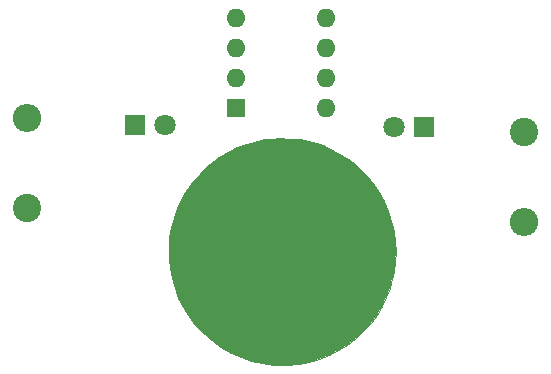
<source format=gbr>
%TF.GenerationSoftware,KiCad,Pcbnew,5.1.9+dfsg1-1*%
%TF.CreationDate,2021-10-11T10:55:51+01:00*%
%TF.ProjectId,pumpkin_jasmine,70756d70-6b69-46e5-9f6a-61736d696e65,rev?*%
%TF.SameCoordinates,Original*%
%TF.FileFunction,Soldermask,Top*%
%TF.FilePolarity,Negative*%
%FSLAX46Y46*%
G04 Gerber Fmt 4.6, Leading zero omitted, Abs format (unit mm)*
G04 Created by KiCad (PCBNEW 5.1.9+dfsg1-1) date 2021-10-11 10:55:51*
%MOMM*%
%LPD*%
G01*
G04 APERTURE LIST*
%ADD10C,0.010000*%
%ADD11R,1.600000X1.600000*%
%ADD12O,1.600000X1.600000*%
%ADD13R,1.800000X1.800000*%
%ADD14C,1.800000*%
%ADD15O,2.400000X2.400000*%
%ADD16C,2.400000*%
G04 APERTURE END LIST*
D10*
%TO.C,Ref\u002A\u002A*%
G36*
X146528176Y-92381348D02*
G01*
X146920280Y-92393682D01*
X147266981Y-92417383D01*
X147587784Y-92454840D01*
X147902191Y-92508443D01*
X148229708Y-92580583D01*
X148589838Y-92673648D01*
X148674667Y-92696970D01*
X149503384Y-92970225D01*
X150305657Y-93321270D01*
X151074894Y-93745586D01*
X151804502Y-94238658D01*
X152487891Y-94795967D01*
X153118467Y-95412996D01*
X153689639Y-96085229D01*
X153766502Y-96186171D01*
X154269300Y-96925061D01*
X154697261Y-97699880D01*
X155049539Y-98505400D01*
X155325290Y-99336398D01*
X155523669Y-100187646D01*
X155643829Y-101053921D01*
X155684928Y-101929996D01*
X155646118Y-102810647D01*
X155526555Y-103690646D01*
X155325394Y-104564770D01*
X155192373Y-105002795D01*
X154890253Y-105792709D01*
X154513360Y-106560636D01*
X154068678Y-107296201D01*
X153563188Y-107989028D01*
X153003873Y-108628739D01*
X152397718Y-109204960D01*
X152319658Y-109271456D01*
X151598379Y-109824475D01*
X150835494Y-110306374D01*
X150036407Y-110714687D01*
X149206520Y-111046945D01*
X148351236Y-111300679D01*
X147510500Y-111468219D01*
X147328944Y-111489744D01*
X147087114Y-111509568D01*
X146803563Y-111527026D01*
X146496846Y-111541456D01*
X146185518Y-111552193D01*
X145888135Y-111558576D01*
X145623250Y-111559939D01*
X145409418Y-111555621D01*
X145288000Y-111547673D01*
X144347546Y-111410893D01*
X143450908Y-111201807D01*
X142597110Y-110919957D01*
X141785175Y-110564886D01*
X141014129Y-110136136D01*
X140282995Y-109633249D01*
X139590797Y-109055767D01*
X139223101Y-108702940D01*
X138632466Y-108049544D01*
X138110793Y-107351330D01*
X137658992Y-106613852D01*
X137277971Y-105842662D01*
X136968637Y-105043312D01*
X136731900Y-104221353D01*
X136568668Y-103382339D01*
X136479849Y-102531822D01*
X136466352Y-101675354D01*
X136529085Y-100818486D01*
X136668957Y-99966772D01*
X136886875Y-99125764D01*
X137183749Y-98301013D01*
X137431383Y-97751900D01*
X137786496Y-97084042D01*
X138171331Y-96476504D01*
X138601631Y-95907367D01*
X139093141Y-95354710D01*
X139316574Y-95127234D01*
X139987739Y-94519027D01*
X140701461Y-93983830D01*
X141458098Y-93521462D01*
X142258010Y-93131739D01*
X143101554Y-92814478D01*
X143989090Y-92569496D01*
X144568334Y-92452651D01*
X144737724Y-92427006D01*
X144923314Y-92407562D01*
X145139012Y-92393628D01*
X145398731Y-92384514D01*
X145716379Y-92379528D01*
X146071167Y-92377992D01*
X146528176Y-92381348D01*
G37*
X146528176Y-92381348D02*
X146920280Y-92393682D01*
X147266981Y-92417383D01*
X147587784Y-92454840D01*
X147902191Y-92508443D01*
X148229708Y-92580583D01*
X148589838Y-92673648D01*
X148674667Y-92696970D01*
X149503384Y-92970225D01*
X150305657Y-93321270D01*
X151074894Y-93745586D01*
X151804502Y-94238658D01*
X152487891Y-94795967D01*
X153118467Y-95412996D01*
X153689639Y-96085229D01*
X153766502Y-96186171D01*
X154269300Y-96925061D01*
X154697261Y-97699880D01*
X155049539Y-98505400D01*
X155325290Y-99336398D01*
X155523669Y-100187646D01*
X155643829Y-101053921D01*
X155684928Y-101929996D01*
X155646118Y-102810647D01*
X155526555Y-103690646D01*
X155325394Y-104564770D01*
X155192373Y-105002795D01*
X154890253Y-105792709D01*
X154513360Y-106560636D01*
X154068678Y-107296201D01*
X153563188Y-107989028D01*
X153003873Y-108628739D01*
X152397718Y-109204960D01*
X152319658Y-109271456D01*
X151598379Y-109824475D01*
X150835494Y-110306374D01*
X150036407Y-110714687D01*
X149206520Y-111046945D01*
X148351236Y-111300679D01*
X147510500Y-111468219D01*
X147328944Y-111489744D01*
X147087114Y-111509568D01*
X146803563Y-111527026D01*
X146496846Y-111541456D01*
X146185518Y-111552193D01*
X145888135Y-111558576D01*
X145623250Y-111559939D01*
X145409418Y-111555621D01*
X145288000Y-111547673D01*
X144347546Y-111410893D01*
X143450908Y-111201807D01*
X142597110Y-110919957D01*
X141785175Y-110564886D01*
X141014129Y-110136136D01*
X140282995Y-109633249D01*
X139590797Y-109055767D01*
X139223101Y-108702940D01*
X138632466Y-108049544D01*
X138110793Y-107351330D01*
X137658992Y-106613852D01*
X137277971Y-105842662D01*
X136968637Y-105043312D01*
X136731900Y-104221353D01*
X136568668Y-103382339D01*
X136479849Y-102531822D01*
X136466352Y-101675354D01*
X136529085Y-100818486D01*
X136668957Y-99966772D01*
X136886875Y-99125764D01*
X137183749Y-98301013D01*
X137431383Y-97751900D01*
X137786496Y-97084042D01*
X138171331Y-96476504D01*
X138601631Y-95907367D01*
X139093141Y-95354710D01*
X139316574Y-95127234D01*
X139987739Y-94519027D01*
X140701461Y-93983830D01*
X141458098Y-93521462D01*
X142258010Y-93131739D01*
X143101554Y-92814478D01*
X143989090Y-92569496D01*
X144568334Y-92452651D01*
X144737724Y-92427006D01*
X144923314Y-92407562D01*
X145139012Y-92393628D01*
X145398731Y-92384514D01*
X145716379Y-92379528D01*
X146071167Y-92377992D01*
X146528176Y-92381348D01*
%TD*%
D11*
%TO.C,U1*%
X142176500Y-89827100D03*
D12*
X149796500Y-82207100D03*
X142176500Y-87287100D03*
X149796500Y-84747100D03*
X142176500Y-84747100D03*
X149796500Y-87287100D03*
X142176500Y-82207100D03*
X149796500Y-89827100D03*
%TD*%
D13*
%TO.C,D1*%
X133604000Y-91274900D03*
D14*
X136144000Y-91274900D03*
%TD*%
%TO.C,D2*%
X155511500Y-91376500D03*
D13*
X158051500Y-91376500D03*
%TD*%
D15*
%TO.C,R1*%
X166535100Y-99453700D03*
D16*
X166535100Y-91833700D03*
%TD*%
%TO.C,R2*%
X124498100Y-98247200D03*
D15*
X124498100Y-90627200D03*
%TD*%
M02*

</source>
